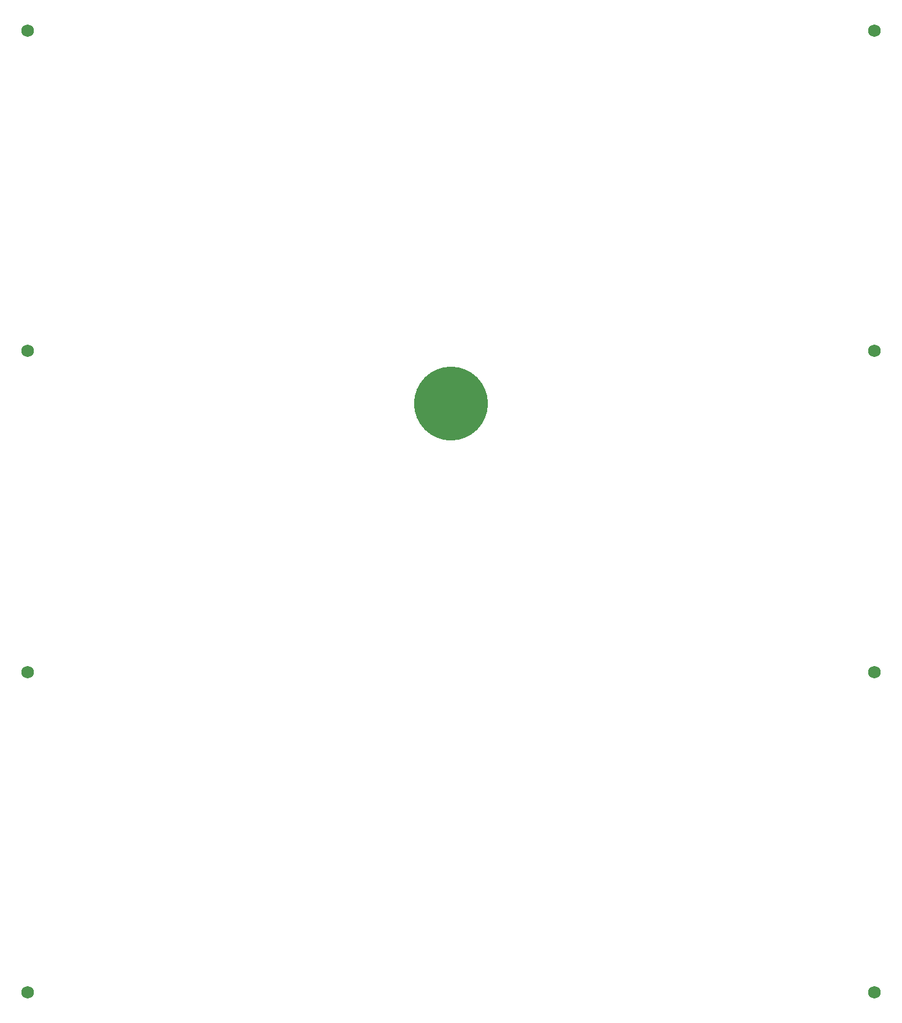
<source format=gbs>
G04 Layer_Color=8150272*
%FSLAX25Y25*%
%MOIN*%
G70*
G01*
G75*
%ADD12C,0.06800*%
%ADD13C,0.40170*%
D12*
X124409Y147638D02*
D03*
Y321654D02*
D03*
Y670472D02*
D03*
Y496457D02*
D03*
X584252D02*
D03*
Y670472D02*
D03*
Y321654D02*
D03*
Y147638D02*
D03*
D13*
X354331Y467717D02*
D03*
M02*

</source>
